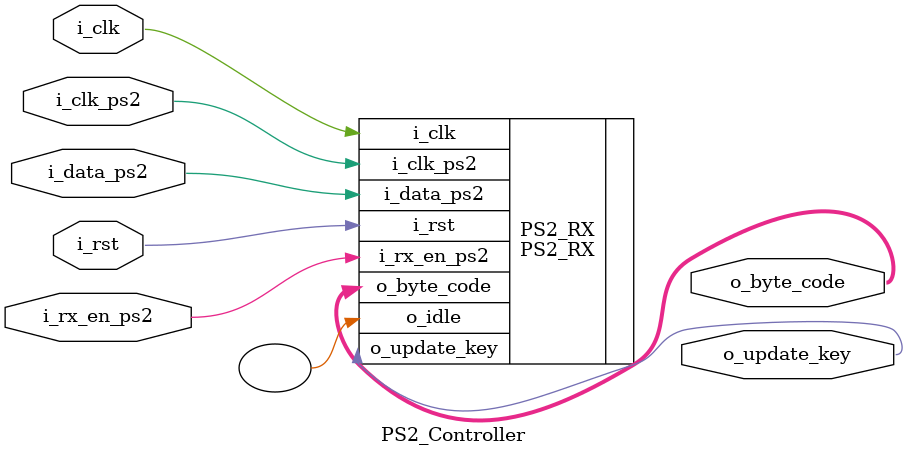
<source format=v>
`timescale 1ns / 1ps

/*
    The PS/2 controller is responsible for receiving the bits read from the ps/2
    data line and outputing the respective byte key (if valid), while signaling 
    each time there is a new one.
    Only the reception was implemented.
*/

module PS2_Controller(
    input i_clk,                // Clock
    input i_rst,                // Reset
    input i_clk_ps2,            // PS/2 clock
    input i_data_ps2,           // PS/2 incoming bit
    input i_rx_en_ps2,          // PS/2 reception enable
    output [7:0] o_byte_code,   // PS/2 resultant byte code
    output o_update_key         // "New key" signal
);
    
    // Instantiate the PS2 Reception
    PS2_RX PS2_RX(
        .i_clk(i_clk),                          // Clock
        .i_rst(i_rst),                          // Reset
        .i_clk_ps2(i_clk_ps2),                  // PS/2 clock
        .i_data_ps2(i_data_ps2),                // PS/2 incoming bit
        .i_rx_en_ps2(i_rx_en_ps2),              // PS/2 reception enable
        .o_byte_code(o_byte_code),              // PS/2 resultant byte code
        .o_update_key(o_update_key),            // "New key" signal
        .o_idle()                               // Not used in actual implementation
    );

endmodule

</source>
